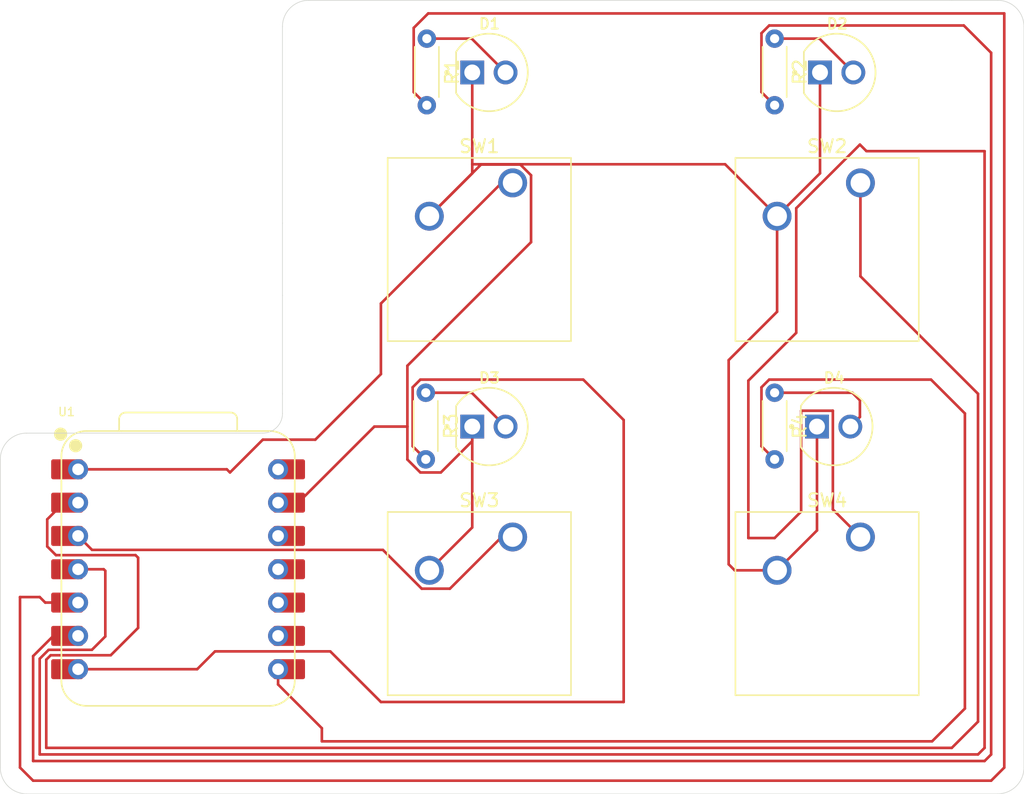
<source format=kicad_pcb>
(kicad_pcb (version 20241229) (generator "pcbnew") (generator_version "9.0")
  (layers (0 "F.Cu" signal) (2 "B.Cu" signal) (13 "F.Paste" user) (15 "B.Paste" user) (5 "F.SilkS" user "F.Silkscreen") (7 "B.SilkS" user "B.Silkscreen") (1 "F.Mask" user) (3 "B.Mask" user) (25 "Edge.Cuts" user))
  (net 0 "")
  (net 1 "Net-(D1-PadA)")
  (net 2 "GND")
  (net 3 "Net-(D2-PadA)")
  (net 4 "Net-(D3-PadA)")
  (net 5 "LED1")
  (net 6 "LED2")
  (net 7 "LED3")
  (net 8 "button1")
  (net 9 "button2")
  (net 10 "button3")
  (net 15 "Net-(D4-PadA)")
  (net 16 "LED4")
  (net 18 "button4")
  (footprint "Resistor_THT:R_Axial_DIN0204_L3.6mm_D1.6mm_P5.08mm_Horizontal" (layer "F.Cu") (at 195 80.92 -90)
    (property "Reference" "R2" (at 2.54 -1.92 90) (layer "F.SilkS"))
    (property "Value" "R")
    (fp_line (start 0.62 0.92) (end 4.46 0.92) (stroke (width 0.12)) (layer "F.SilkS"))
    (fp_line (start 0.62 -0.92) (end 4.46 -0.92) (stroke (width 0.12)) (layer "F.SilkS"))
    (pad "1" thru_hole circle (at 0 0 270) (size 1.4 1.4) (drill 0.7) (layers "*.Cu" "*.Mask") (net 3 "Net-(D2-PadA)"))
    (pad "2" thru_hole circle (at 5.08 0 270) (size 1.4 1.4) (drill 0.7) (layers "*.Cu" "*.Mask") (net 6 "LED2"))
  )
  (footprint "Button_Switch_Keyboard:SW_Cherry_MX_1.00u_PCB" (layer "F.Cu") (at 201.54 91.92)
    (property "Reference" "SW2" (at -2.54 -2.794 0) (layer "F.SilkS"))
    (property "Value" "SW_Push")
    (fp_line (start -9.525 -1.905) (end 4.445 -1.905) (stroke (width 0.12)) (layer "F.SilkS"))
    (fp_line (start -9.525 12.065) (end -9.525 -1.905) (stroke (width 0.12)) (layer "F.SilkS"))
    (fp_line (start 4.445 -1.905) (end 4.445 12.065) (stroke (width 0.12)) (layer "F.SilkS"))
    (fp_line (start 4.445 12.065) (end -9.525 12.065) (stroke (width 0.12)) (layer "F.SilkS"))
    (pad "" np_thru_hole circle (at -7.62 5.08) (size 1.7 1.7) (drill 1.7) (layers "*.Cu" "*.Mask"))
    (pad "" np_thru_hole circle (at -2.54 5.08) (size 4 4) (drill 4) (layers "*.Cu" "*.Mask"))
    (pad "" np_thru_hole circle (at 2.54 5.08) (size 1.7 1.7) (drill 1.7) (layers "*.Cu" "*.Mask"))
    (pad "1" thru_hole circle (at 0 0) (size 2.2 2.2) (drill 1.5) (layers "*.Cu" "*.Mask") (net 9 "button2"))
    (pad "2" thru_hole circle (at -6.35 2.54) (size 2.2 2.2) (drill 1.5) (layers "*.Cu" "*.Mask") (net 2 "GND"))
  )
  (footprint "Button_Switch_Keyboard:SW_Cherry_MX_1.00u_PCB" (layer "F.Cu") (at 201.54 118.92)
    (property "Reference" "SW4" (at -2.54 -2.794 0) (layer "F.SilkS"))
    (property "Value" "SW_Push")
    (fp_line (start -9.525 -1.905) (end 4.445 -1.905) (stroke (width 0.12)) (layer "F.SilkS"))
    (fp_line (start -9.525 12.065) (end -9.525 -1.905) (stroke (width 0.12)) (layer "F.SilkS"))
    (fp_line (start 4.445 -1.905) (end 4.445 12.065) (stroke (width 0.12)) (layer "F.SilkS"))
    (fp_line (start 4.445 12.065) (end -9.525 12.065) (stroke (width 0.12)) (layer "F.SilkS"))
    (pad "" np_thru_hole circle (at -7.62 5.08) (size 1.7 1.7) (drill 1.7) (layers "*.Cu" "*.Mask"))
    (pad "" np_thru_hole circle (at -2.54 5.08) (size 4 4) (drill 4) (layers "*.Cu" "*.Mask"))
    (pad "" np_thru_hole circle (at 2.54 5.08) (size 1.7 1.7) (drill 1.7) (layers "*.Cu" "*.Mask"))
    (pad "1" thru_hole circle (at 0 0) (size 2.2 2.2) (drill 1.5) (layers "*.Cu" "*.Mask") (net 18 "button4"))
    (pad "2" thru_hole circle (at -6.35 2.54) (size 2.2 2.2) (drill 1.5) (layers "*.Cu" "*.Mask") (net 2 "GND"))
  )
  (footprint "Button_Switch_Keyboard:SW_Cherry_MX_1.00u_PCB" (layer "F.Cu") (at 175.04 118.92)
    (property "Reference" "SW3" (at -2.54 -2.794 0) (layer "F.SilkS"))
    (property "Value" "SW_Push")
    (fp_line (start -9.525 -1.905) (end 4.445 -1.905) (stroke (width 0.12)) (layer "F.SilkS"))
    (fp_line (start -9.525 12.065) (end -9.525 -1.905) (stroke (width 0.12)) (layer "F.SilkS"))
    (fp_line (start 4.445 -1.905) (end 4.445 12.065) (stroke (width 0.12)) (layer "F.SilkS"))
    (fp_line (start 4.445 12.065) (end -9.525 12.065) (stroke (width 0.12)) (layer "F.SilkS"))
    (pad "" np_thru_hole circle (at -7.62 5.08) (size 1.7 1.7) (drill 1.7) (layers "*.Cu" "*.Mask"))
    (pad "" np_thru_hole circle (at -2.54 5.08) (size 4 4) (drill 4) (layers "*.Cu" "*.Mask"))
    (pad "" np_thru_hole circle (at 2.54 5.08) (size 1.7 1.7) (drill 1.7) (layers "*.Cu" "*.Mask"))
    (pad "1" thru_hole circle (at 0 0) (size 2.2 2.2) (drill 1.5) (layers "*.Cu" "*.Mask") (net 10 "button3"))
    (pad "2" thru_hole circle (at -6.35 2.54) (size 2.2 2.2) (drill 1.5) (layers "*.Cu" "*.Mask") (net 2 "GND"))
  )
  (footprint "Button_Switch_Keyboard:SW_Cherry_MX_1.00u_PCB" (layer "F.Cu") (at 175.04 91.92)
    (property "Reference" "SW1" (at -2.54 -2.794 0) (layer "F.SilkS"))
    (property "Value" "SW_Push")
    (fp_line (start -9.525 -1.905) (end 4.445 -1.905) (stroke (width 0.12)) (layer "F.SilkS"))
    (fp_line (start -9.525 12.065) (end -9.525 -1.905) (stroke (width 0.12)) (layer "F.SilkS"))
    (fp_line (start 4.445 -1.905) (end 4.445 12.065) (stroke (width 0.12)) (layer "F.SilkS"))
    (fp_line (start 4.445 12.065) (end -9.525 12.065) (stroke (width 0.12)) (layer "F.SilkS"))
    (pad "" np_thru_hole circle (at -7.62 5.08) (size 1.7 1.7) (drill 1.7) (layers "*.Cu" "*.Mask"))
    (pad "" np_thru_hole circle (at -2.54 5.08) (size 4 4) (drill 4) (layers "*.Cu" "*.Mask"))
    (pad "" np_thru_hole circle (at 2.54 5.08) (size 1.7 1.7) (drill 1.7) (layers "*.Cu" "*.Mask"))
    (pad "1" thru_hole circle (at 0 0) (size 2.2 2.2) (drill 1.5) (layers "*.Cu" "*.Mask") (net 8 "button1"))
    (pad "2" thru_hole circle (at -6.35 2.54) (size 2.2 2.2) (drill 1.5) (layers "*.Cu" "*.Mask") (net 2 "GND"))
  )
  (footprint "footprints:LEDRD254W57D500H1070" (layer "F.Cu") (at 173.23 83.5)
    (property "Reference" "D1" (at 0.04 -3.708 0) (layer "F.SilkS") (effects (font (size 0.8 0.8))))
    (property "Value" "L08R5000Q1")
    (fp_line (start -2.5 -1.566) (end -2.5 1.566) (stroke (width 0.127)) (layer "F.SilkS"))
    (fp_arc (start -2.5 -1.566) (mid 2.961291 0) (end -2.5 1.566) (stroke (width 0.127)) (layer "F.SilkS"))
    (fp_circle (center -3.2 0) (end -3.1 0) (stroke (width 0.2)) (fill no) (layer "F.SilkS"))
    (pad "A" thru_hole circle (at 1.27 0) (size 1.815 1.815) (drill 1.21) (layers "*.Cu" "*.Mask") (net 1 "Net-(D1-PadA)"))
    (pad "C" thru_hole rect (at -1.27 0) (size 1.815 1.815) (drill 1.21) (layers "*.Cu" "*.Mask") (net 2 "GND"))
  )
  (footprint "Resistor_THT:R_Axial_DIN0204_L3.6mm_D1.6mm_P5.08mm_Horizontal" (layer "F.Cu") (at 168.42 107.92 -90)
    (property "Reference" "R3" (at 2.54 -1.92 90) (layer "F.SilkS"))
    (property "Value" "R")
    (fp_line (start 0.62 0.92) (end 4.46 0.92) (stroke (width 0.12)) (layer "F.SilkS"))
    (fp_line (start 0.62 -0.92) (end 4.46 -0.92) (stroke (width 0.12)) (layer "F.SilkS"))
    (pad "1" thru_hole circle (at 0 0 270) (size 1.4 1.4) (drill 0.7) (layers "*.Cu" "*.Mask") (net 4 "Net-(D3-PadA)"))
    (pad "2" thru_hole circle (at 5.08 0 270) (size 1.4 1.4) (drill 0.7) (layers "*.Cu" "*.Mask") (net 7 "LED3"))
  )
  (footprint "Resistor_THT:R_Axial_DIN0204_L3.6mm_D1.6mm_P5.08mm_Horizontal" (layer "F.Cu") (at 195 107.92 -90)
    (property "Reference" "R4" (at 2.54 -1.92 90) (layer "F.SilkS"))
    (property "Value" "R")
    (fp_line (start 0.62 0.92) (end 4.46 0.92) (stroke (width 0.12)) (layer "F.SilkS"))
    (fp_line (start 0.62 -0.92) (end 4.46 -0.92) (stroke (width 0.12)) (layer "F.SilkS"))
    (pad "1" thru_hole circle (at 0 0 270) (size 1.4 1.4) (drill 0.7) (layers "*.Cu" "*.Mask") (net 15 "Net-(D4-PadA)"))
    (pad "2" thru_hole circle (at 5.08 0 270) (size 1.4 1.4) (drill 0.7) (layers "*.Cu" "*.Mask") (net 16 "LED4"))
  )
  (footprint "footprints:LEDRD254W57D500H1070" (layer "F.Cu") (at 199.73 83.5)
    (property "Reference" "D2" (at 0.04 -3.708 0) (layer "F.SilkS") (effects (font (size 0.8 0.8))))
    (property "Value" "L08R5000Q1")
    (fp_line (start -2.5 -1.566) (end -2.5 1.566) (stroke (width 0.127)) (layer "F.SilkS"))
    (fp_arc (start -2.5 -1.566) (mid 2.961291 0) (end -2.5 1.566) (stroke (width 0.127)) (layer "F.SilkS"))
    (fp_circle (center -3.2 0) (end -3.1 0) (stroke (width 0.2)) (fill no) (layer "F.SilkS"))
    (pad "A" thru_hole circle (at 1.27 0) (size 1.815 1.815) (drill 1.21) (layers "*.Cu" "*.Mask") (net 3 "Net-(D2-PadA)"))
    (pad "C" thru_hole rect (at -1.27 0) (size 1.815 1.815) (drill 1.21) (layers "*.Cu" "*.Mask") (net 2 "GND"))
  )
  (footprint "footprints:XIAO-RP2040-DIP" (layer "F.Cu") (at 149.545 121.38)
    (property "Reference" "U1" (at -8.5 -12 0) (layer "F.SilkS") (effects (font (size 0.635 0.635) (thickness 0.1016))))
    (property "Value" "XIAO-RP2040-DIP")
    (fp_line (start -8.89 8.509) (end -8.89 -8.636) (stroke (width 0.127)) (layer "F.SilkS"))
    (fp_line (start -6.985 10.414) (end 6.985 10.414) (stroke (width 0.127)) (layer "F.SilkS"))
    (fp_line (start -4.495 -10.541) (end -4.491272 -11.451272) (stroke (width 0.127)) (layer "F.SilkS"))
    (fp_line (start -3.991272 -11.951) (end 4.004 -11.951) (stroke (width 0.127)) (layer "F.SilkS"))
    (fp_line (start 4.504 -11.451) (end 4.504 -10.541) (stroke (width 0.127)) (layer "F.SilkS"))
    (fp_line (start 6.985 -10.541) (end -6.985 -10.541) (stroke (width 0.1)) (layer "F.SilkS"))
    (fp_line (start 6.985 -10.541) (end -6.985 -10.541) (stroke (width 0.127)) (layer "F.SilkS"))
    (fp_line (start 8.89 8.509) (end 8.89 -8.636) (stroke (width 0.127)) (layer "F.SilkS"))
    (fp_arc (start -8.89 -8.636) (mid -8.332038 -9.983038) (end -6.985 -10.541) (stroke (width 0.127)) (layer "F.SilkS"))
    (fp_arc (start -6.985 10.414) (mid -8.332038 9.856038) (end -8.89 8.509) (stroke (width 0.127)) (layer "F.SilkS"))
    (fp_arc (start -4.491272 -11.451272) (mid -4.344728 -11.80464) (end -3.991272 -11.951) (stroke (width 0.127)) (layer "F.SilkS"))
    (fp_arc (start 4.004 -11.951) (mid 4.357553 -11.804553) (end 4.504 -11.451) (stroke (width 0.127)) (layer "F.SilkS"))
    (fp_arc (start 6.985 -10.541) (mid 8.332038 -9.983038) (end 8.89 -8.636) (stroke (width 0.127)) (layer "F.SilkS"))
    (fp_arc (start 8.89 8.509) (mid 8.332038 9.856038) (end 6.985 10.414) (stroke (width 0.127)) (layer "F.SilkS"))
    (fp_circle (center -8.95 -10.3) (end -8.95 -10.554) (stroke (width 0.5)) (fill yes) (layer "F.SilkS"))
    (fp_circle (center -7.807 -9.42) (end -7.807 -9.674) (stroke (width 0.5)) (fill yes) (layer "F.SilkS"))
    (pad "1" smd roundrect (at -8.455 -7.62 180) (size 2.432 1.524) (layers "F.Cu" "F.Mask") (roundrect_rratio 0.1) (net 8 "button1"))
    (pad "1" thru_hole circle (at -7.62 -7.62 180) (size 1.524 1.524) (drill 0.889) (layers "*.Cu" "*.Mask") (net 8 "button1"))
    (pad "2" smd roundrect (at -8.455 -5.08 180) (size 2.432 1.524) (layers "F.Cu" "F.Mask") (roundrect_rratio 0.1) (net 9 "button2"))
    (pad "2" thru_hole circle (at -7.62 -5.08 180) (size 1.524 1.524) (drill 0.889) (layers "*.Cu" "*.Mask") (net 9 "button2"))
    (pad "3" smd roundrect (at -8.455 -2.54 180) (size 2.432 1.524) (layers "F.Cu" "F.Mask") (roundrect_rratio 0.1) (net 10 "button3"))
    (pad "3" thru_hole circle (at -7.62 -2.54 180) (size 1.524 1.524) (drill 0.889) (layers "*.Cu" "*.Mask") (net 10 "button3"))
    (pad "4" smd roundrect (at -8.455 0 180) (size 2.432 1.524) (layers "F.Cu" "F.Mask") (roundrect_rratio 0.1) (net 18 "button4"))
    (pad "4" thru_hole circle (at -7.62 0 180) (size 1.524 1.524) (drill 0.889) (layers "*.Cu" "*.Mask") (net 18 "button4"))
    (pad "5" smd roundrect (at -8.455 2.54 180) (size 2.432 1.524) (layers "F.Cu" "F.Mask") (roundrect_rratio 0.1) (net 5 "LED1"))
    (pad "5" thru_hole circle (at -7.62 2.54 180) (size 1.524 1.524) (drill 0.889) (layers "*.Cu" "*.Mask") (net 5 "LED1"))
    (pad "6" smd roundrect (at -8.455 5.08 180) (size 2.432 1.524) (layers "F.Cu" "F.Mask") (roundrect_rratio 0.1) (net 6 "LED2"))
    (pad "6" thru_hole circle (at -7.62 5.08 180) (size 1.524 1.524) (drill 0.889) (layers "*.Cu" "*.Mask") (net 6 "LED2"))
    (pad "7" smd roundrect (at -8.455 7.62 180) (size 2.432 1.524) (layers "F.Cu" "F.Mask") (roundrect_rratio 0.1) (net 7 "LED3"))
    (pad "7" thru_hole circle (at -7.62 7.62 180) (size 1.524 1.524) (drill 0.889) (layers "*.Cu" "*.Mask") (net 7 "LED3"))
    (pad "8" thru_hole circle (at 7.62 7.62) (size 1.524 1.524) (drill 0.889) (layers "*.Cu" "*.Mask") (net 16 "LED4"))
    (pad "8" smd roundrect (at 8.455 7.62) (size 2.432 1.524) (layers "F.Cu" "F.Mask") (roundrect_rratio 0.1) (net 16 "LED4"))
    (pad "9" thru_hole circle (at 7.62 5.08) (size 1.524 1.524) (drill 0.889) (layers "*.Cu" "*.Mask"))
    (pad "9" smd roundrect (at 8.455 5.08) (size 2.432 1.524) (layers "F.Cu" "F.Mask") (roundrect_rratio 0.1))
    (pad "10" thru_hole circle (at 7.62 2.54) (size 1.524 1.524) (drill 0.889) (layers "*.Cu" "*.Mask"))
    (pad "10" smd roundrect (at 8.455 2.54) (size 2.432 1.524) (layers "F.Cu" "F.Mask") (roundrect_rratio 0.1))
    (pad "11" thru_hole circle (at 7.62 0) (size 1.524 1.524) (drill 0.889) (layers "*.Cu" "*.Mask"))
    (pad "11" smd roundrect (at 8.455 0) (size 2.432 1.524) (layers "F.Cu" "F.Mask") (roundrect_rratio 0.1))
    (pad "12" thru_hole circle (at 7.62 -2.54) (size 1.524 1.524) (drill 0.889) (layers "*.Cu" "*.Mask"))
    (pad "12" smd roundrect (at 8.455 -2.54) (size 2.432 1.524) (layers "F.Cu" "F.Mask") (roundrect_rratio 0.1))
    (pad "13" thru_hole circle (at 7.62 -5.08) (size 1.524 1.524) (drill 0.889) (layers "*.Cu" "*.Mask") (net 2 "GND"))
    (pad "13" smd roundrect (at 8.455 -5.08) (size 2.432 1.524) (layers "F.Cu" "F.Mask") (roundrect_rratio 0.1) (net 2 "GND"))
    (pad "14" thru_hole circle (at 7.62 -7.62) (size 1.524 1.524) (drill 0.889) (layers "*.Cu" "*.Mask"))
    (pad "14" smd roundrect (at 8.455 -7.62) (size 2.432 1.524) (layers "F.Cu" "F.Mask") (roundrect_rratio 0.1))
  )
  (footprint "Resistor_THT:R_Axial_DIN0204_L3.6mm_D1.6mm_P5.08mm_Horizontal" (layer "F.Cu") (at 168.5 80.92 -90)
    (property "Reference" "R1" (at 2.54 -1.92 90) (layer "F.SilkS"))
    (property "Value" "R")
    (fp_line (start 0.62 0.92) (end 4.46 0.92) (stroke (width 0.12)) (layer "F.SilkS"))
    (fp_line (start 0.62 -0.92) (end 4.46 -0.92) (stroke (width 0.12)) (layer "F.SilkS"))
    (pad "1" thru_hole circle (at 0 0 270) (size 1.4 1.4) (drill 0.7) (layers "*.Cu" "*.Mask") (net 1 "Net-(D1-PadA)"))
    (pad "2" thru_hole circle (at 5.08 0 270) (size 1.4 1.4) (drill 0.7) (layers "*.Cu" "*.Mask") (net 5 "LED1"))
  )
  (footprint "footprints:LEDRD254W57D500H1070" (layer "F.Cu") (at 173.23 110.5)
    (property "Reference" "D3" (at 0.04 -3.708 0) (layer "F.SilkS") (effects (font (size 0.8 0.8))))
    (property "Value" "L08R5000Q1")
    (fp_line (start -2.5 -1.566) (end -2.5 1.566) (stroke (width 0.127)) (layer "F.SilkS"))
    (fp_arc (start -2.5 -1.566) (mid 2.961291 0) (end -2.5 1.566) (stroke (width 0.127)) (layer "F.SilkS"))
    (fp_circle (center -3.2 0) (end -3.1 0) (stroke (width 0.2)) (fill no) (layer "F.SilkS"))
    (pad "A" thru_hole circle (at 1.27 0) (size 1.815 1.815) (drill 1.21) (layers "*.Cu" "*.Mask") (net 4 "Net-(D3-PadA)"))
    (pad "C" thru_hole rect (at -1.27 0) (size 1.815 1.815) (drill 1.21) (layers "*.Cu" "*.Mask") (net 2 "GND"))
  )
  (footprint "footprints:LEDRD254W57D500H1070" (layer "F.Cu") (at 199.5 110.5)
    (property "Reference" "D4" (at 0.04 -3.708 0) (layer "F.SilkS") (effects (font (size 0.8 0.8))))
    (property "Value" "L08R5000Q1")
    (fp_line (start -2.5 -1.566) (end -2.5 1.566) (stroke (width 0.127)) (layer "F.SilkS"))
    (fp_arc (start -2.5 -1.566) (mid 2.961291 0) (end -2.5 1.566) (stroke (width 0.127)) (layer "F.SilkS"))
    (fp_circle (center -3.2 0) (end -3.1 0) (stroke (width 0.2)) (fill no) (layer "F.SilkS"))
    (pad "A" thru_hole circle (at 1.27 0) (size 1.815 1.815) (drill 1.21) (layers "*.Cu" "*.Mask") (net 15 "Net-(D4-PadA)"))
    (pad "C" thru_hole rect (at -1.27 0) (size 1.815 1.815) (drill 1.21) (layers "*.Cu" "*.Mask") (net 2 "GND"))
  )
  (gr_arc (start 157.5 80) (mid 158.085786 78.585786) (end 159.5 78) (stroke (width 0.05)) (layer "Edge.Cuts"))
  (gr_line (start 157.5 95) (end 157.5 80) (stroke (width 0.05)) (layer "Edge.Cuts"))
  (gr_arc (start 138 138.5) (mid 136.585786 137.914214) (end 136 136.5) (stroke (width 0.05)) (layer "Edge.Cuts"))
  (gr_line (start 157.5 108) (end 157.5 109.5) (stroke (width 0.05)) (layer "Edge.Cuts"))
  (gr_line (start 136 136.5) (end 136 113) (stroke (width 0.05)) (layer "Edge.Cuts"))
  (gr_line (start 214 135.5) (end 214 136.5) (stroke (width 0.05)) (layer "Edge.Cuts"))
  (gr_arc (start 212 78) (mid 213.414214 78.585786) (end 214 80) (stroke (width 0.05)) (layer "Edge.Cuts"))
  (gr_arc (start 214 136.5) (mid 213.414214 137.914214) (end 212 138.5) (stroke (width 0.05)) (layer "Edge.Cuts"))
  (gr_line (start 157.5 100.5) (end 157.5 108) (stroke (width 0.05)) (layer "Edge.Cuts"))
  (gr_line (start 138 111) (end 156 111) (stroke (width 0.05)) (layer "Edge.Cuts"))
  (gr_arc (start 136 113) (mid 136.585786 111.585786) (end 138 111) (stroke (width 0.05)) (layer "Edge.Cuts"))
  (gr_line (start 214 80) (end 214 135.5) (stroke (width 0.05)) (layer "Edge.Cuts"))
  (gr_line (start 212 138.5) (end 138 138.5) (stroke (width 0.05)) (layer "Edge.Cuts"))
  (gr_line (start 157.5 100.5) (end 157.5 95) (stroke (width 0.05)) (layer "Edge.Cuts"))
  (gr_line (start 208.5 78) (end 212 78) (stroke (width 0.05)) (layer "Edge.Cuts"))
  (gr_arc (start 157.5 109.5) (mid 157.06066 110.56066) (end 156 111) (stroke (width 0.05)) (layer "Edge.Cuts"))
  (gr_line (start 159.5 78) (end 208.5 78) (stroke (width 0.05)) (layer "Edge.Cuts"))
  (segment (start 168.5 80.92) (end 171.92 80.92) (width 0.2) (layer "F.Cu") (net 1))
  (segment (start 171.92 80.92) (end 174.5 83.5) (width 0.2) (layer "F.Cu") (net 1))
  (segment (start 172.631 90.519) (end 175.620314 90.519) (width 0.2) (layer "F.Cu") (net 2))
  (segment (start 168.005372 114.001) (end 169.5665 114.001) (width 0.2) (layer "F.Cu") (net 2))
  (segment (start 191.5 121) (end 191.96 121.46) (width 0.2) (layer "F.Cu") (net 2))
  (segment (start 167.018 113.013628) (end 168.005372 114.001) (width 0.2) (layer "F.Cu") (net 2))
  (segment (start 171.96 90.5) (end 171.96 91.19) (width 0.2) (layer "F.Cu") (net 2))
  (segment (start 191.23 90.5) (end 171.96 90.5) (width 0.2) (layer "F.Cu") (net 2))
  (segment (start 198.23 118.42) (end 195.19 121.46) (width 0.2) (layer "F.Cu") (net 2))
  (segment (start 176.441 96.44053) (end 167.018 105.86353) (width 0.2) (layer "F.Cu") (net 2))
  (segment (start 164.5 110.5) (end 167.018 110.5) (width 0.2) (layer "F.Cu") (net 2))
  (segment (start 198.23 111.185628) (end 198.23 110.5) (width 0.2) (layer "F.Cu") (net 2))
  (segment (start 198.23 110.5) (end 198.23 118.42) (width 0.2) (layer "F.Cu") (net 2))
  (segment (start 176.441 91.339686) (end 176.441 96.44053) (width 0.2) (layer "F.Cu") (net 2))
  (segment (start 195.19 101.7429) (end 191.5 105.4329) (width 0.2) (layer "F.Cu") (net 2))
  (segment (start 175.620314 90.519) (end 176.441 91.339686) (width 0.2) (layer "F.Cu") (net 2))
  (segment (start 198.46 91.19) (end 195.19 94.46) (width 0.2) (layer "F.Cu") (net 2))
  (segment (start 171.96 111.6075) (end 171.96 110.5) (width 0.2) (layer "F.Cu") (net 2))
  (segment (start 158.7 116.3) (end 164.5 110.5) (width 0.2) (layer "F.Cu") (net 2))
  (segment (start 171.96 118.19) (end 168.69 121.46) (width 0.2) (layer "F.Cu") (net 2))
  (segment (start 169.5665 114.001) (end 171.96 111.6075) (width 0.2) (layer "F.Cu") (net 2))
  (segment (start 171.96 91.19) (end 168.69 94.46) (width 0.2) (layer "F.Cu") (net 2))
  (segment (start 167.018 110.5) (end 167.018 113.013628) (width 0.2) (layer "F.Cu") (net 2))
  (segment (start 191.5 105.4329) (end 191.5 121) (width 0.2) (layer "F.Cu") (net 2))
  (segment (start 167.018 105.86353) (end 167.018 110.5) (width 0.2) (layer "F.Cu") (net 2))
  (segment (start 195.19 94.46) (end 195.19 101.7429) (width 0.2) (layer "F.Cu") (net 2))
  (segment (start 168.69 94.46) (end 172.631 90.519) (width 0.2) (layer "F.Cu") (net 2))
  (segment (start 195.19 94.46) (end 191.23 90.5) (width 0.2) (layer "F.Cu") (net 2))
  (segment (start 157.165 116.3) (end 158.7 116.3) (width 0.2) (layer "F.Cu") (net 2))
  (segment (start 171.96 110.5) (end 171.96 118.19) (width 0.2) (layer "F.Cu") (net 2))
  (segment (start 191.96 121.46) (end 195.19 121.46) (width 0.2) (layer "F.Cu") (net 2))
  (segment (start 198.46 83.5) (end 198.46 91.19) (width 0.2) (layer "F.Cu") (net 2))
  (segment (start 171.96 83.5) (end 171.96 90.5) (width 0.2) (layer "F.Cu") (net 2))
  (segment (start 198.42 80.92) (end 201 83.5) (width 0.2) (layer "F.Cu") (net 3))
  (segment (start 195 80.92) (end 198.42 80.92) (width 0.2) (layer "F.Cu") (net 3))
  (segment (start 168.42 107.92) (end 171.92 107.92) (width 0.2) (layer "F.Cu") (net 4))
  (segment (start 171.92 107.92) (end 174.5 110.5) (width 0.2) (layer "F.Cu") (net 4))
  (segment (start 139 123.5) (end 139.42 123.92) (width 0.2) (layer "F.Cu") (net 5))
  (segment (start 139.42 123.92) (end 141.925 123.92) (width 0.2) (layer "F.Cu") (net 5))
  (segment (start 168.601 79) (end 212.5 79) (width 0.2) (layer "F.Cu") (net 5))
  (segment (start 167.499 84.999) (end 167.499 80.102) (width 0.2) (layer "F.Cu") (net 5))
  (segment (start 168.5 86) (end 167.499 84.999) (width 0.2) (layer "F.Cu") (net 5))
  (segment (start 212.5 136.5) (end 211.5 137.5) (width 0.2) (layer "F.Cu") (net 5))
  (segment (start 137.5 136.5) (end 137.5 123.5) (width 0.2) (layer "F.Cu") (net 5))
  (segment (start 212.5 79) (end 212.5 136.5) (width 0.2) (layer "F.Cu") (net 5))
  (segment (start 137.5 123.5) (end 139 123.5) (width 0.2) (layer "F.Cu") (net 5))
  (segment (start 211.5 137.5) (end 138.5 137.5) (width 0.2) (layer "F.Cu") (net 5))
  (segment (start 138.5 137.5) (end 137.5 136.5) (width 0.2) (layer "F.Cu") (net 5))
  (segment (start 167.499 80.102) (end 168.601 79) (width 0.2) (layer "F.Cu") (net 5))
  (segment (start 193.999 84.999) (end 193.999 80.505372) (width 0.2) (layer "F.Cu") (net 6))
  (segment (start 209.419 79.919) (end 211.5 82) (width 0.2) (layer "F.Cu") (net 6))
  (segment (start 194.585372 79.919) (end 209.419 79.919) (width 0.2) (layer "F.Cu") (net 6))
  (segment (start 211.5 82) (end 211.5 135.5) (width 0.2) (layer "F.Cu") (net 6))
  (segment (start 141.925 126.46) (end 140.04 126.46) (width 0.2) (layer "F.Cu") (net 6))
  (segment (start 138.5 128) (end 138.5 136) (width 0.2) (layer "F.Cu") (net 6))
  (segment (start 195 86) (end 193.999 84.999) (width 0.2) (layer "F.Cu") (net 6))
  (segment (start 193.999 80.505372) (end 194.585372 79.919) (width 0.2) (layer "F.Cu") (net 6))
  (segment (start 140.04 126.46) (end 138.5 128) (width 0.2) (layer "F.Cu") (net 6))
  (segment (start 211.5 135.5) (end 211 136) (width 0.2) (layer "F.Cu") (net 6))
  (segment (start 211 136) (end 138.5 136) (width 0.2) (layer "F.Cu") (net 6))
  (segment (start 165 131.5) (end 161.141374 127.641374) (width 0.2) (layer "F.Cu") (net 7))
  (segment (start 168.42 113) (end 167.419 111.999) (width 0.2) (layer "F.Cu") (net 7))
  (segment (start 180.419 106.919) (end 183.5 110) (width 0.2) (layer "F.Cu") (net 7))
  (segment (start 168.005372 106.919) (end 180.419 106.919) (width 0.2) (layer "F.Cu") (net 7))
  (segment (start 161.141374 127.641374) (end 152.358626 127.641374) (width 0.2) (layer "F.Cu") (net 7))
  (segment (start 167.419 107.505372) (end 168.005372 106.919) (width 0.2) (layer "F.Cu") (net 7))
  (segment (start 183.5 131.5) (end 165 131.5) (width 0.2) (layer "F.Cu") (net 7))
  (segment (start 151 129) (end 141.925 129) (width 0.2) (layer "F.Cu") (net 7))
  (segment (start 167.419 111.999) (end 167.419 107.505372) (width 0.2) (layer "F.Cu") (net 7))
  (segment (start 183.5 110) (end 183.5 131.5) (width 0.2) (layer "F.Cu") (net 7))
  (segment (start 152.358626 127.641374) (end 151 129) (width 0.2) (layer "F.Cu") (net 7))
  (segment (start 165 106.5) (end 160 111.5) (width 0.2) (layer "F.Cu") (net 8))
  (segment (start 174.19847 91.92) (end 165 101.11847) (width 0.2) (layer "F.Cu") (net 8))
  (segment (start 175.04 91.92) (end 174.19847 91.92) (width 0.2) (layer "F.Cu") (net 8))
  (segment (start 153.26 113.76) (end 141.925 113.76) (width 0.2) (layer "F.Cu") (net 8))
  (segment (start 165 101.11847) (end 165 106.5) (width 0.2) (layer "F.Cu") (net 8))
  (segment (start 160 111.5) (end 156 111.5) (width 0.2) (layer "F.Cu") (net 8))
  (segment (start 153.5 114) (end 153.26 113.76) (width 0.2) (layer "F.Cu") (net 8))
  (segment (start 156 111.5) (end 153.5 114) (width 0.2) (layer "F.Cu") (net 8))
  (segment (start 144.41269 127.937) (end 139.834374 127.937) (width 0.2) (layer "F.Cu") (net 9))
  (segment (start 139.5 135) (end 208.5 135) (width 0.2) (layer "F.Cu") (net 9))
  (segment (start 139.573 117.57437) (end 139.573 119.641626) (width 0.2) (layer "F.Cu") (net 9))
  (segment (start 139.5 128.271374) (end 139.5 135) (width 0.2) (layer "F.Cu") (net 9))
  (segment (start 210.5 133) (end 210.5 108) (width 0.2) (layer "F.Cu") (net 9))
  (segment (start 146.5 125.84969) (end 146.5 120.5) (width 0.2) (layer "F.Cu") (net 9))
  (segment (start 201.54 91.92) (end 200.755184 91.92) (width 0.2) (layer "F.Cu") (net 9))
  (segment (start 201.54 99.04) (end 201.54 91.92) (width 0.2) (layer "F.Cu") (net 9))
  (segment (start 140.84737 116.3) (end 139.573 117.57437) (width 0.2) (layer "F.Cu") (net 9))
  (segment (start 144.41269 127.937) (end 146.5 125.84969) (width 0.2) (layer "F.Cu") (net 9))
  (segment (start 146.5 120.5) (end 146.304 120.304) (width 0.2) (layer "F.Cu") (net 9))
  (segment (start 208.5 135) (end 210.5 133) (width 0.2) (layer "F.Cu") (net 9))
  (segment (start 139.573 119.641626) (end 140.235374 120.304) (width 0.2) (layer "F.Cu") (net 9))
  (segment (start 210.5 108) (end 201.54 99.04) (width 0.2) (layer "F.Cu") (net 9))
  (segment (start 139.834374 127.937) (end 139.5 128.271374) (width 0.2) (layer "F.Cu") (net 9))
  (segment (start 146.304 120.304) (end 140.235374 120.304) (width 0.2) (layer "F.Cu") (net 9))
  (segment (start 141.925 116.3) (end 140.84737 116.3) (width 0.2) (layer "F.Cu") (net 9))
  (segment (start 142.988 119.903) (end 141.925 118.84) (width 0.2) (layer "F.Cu") (net 10))
  (segment (start 175.04 118.92) (end 174.19847 118.92) (width 0.2) (layer "F.Cu") (net 10))
  (segment (start 174.19847 118.92) (end 170.25747 122.861) (width 0.2) (layer "F.Cu") (net 10))
  (segment (start 170.25747 122.861) (end 168.109686 122.861) (width 0.2) (layer "F.Cu") (net 10))
  (segment (start 165.151686 119.903) (end 142.988 119.903) (width 0.2) (layer "F.Cu") (net 10))
  (segment (start 168.109686 122.861) (end 165.151686 119.903) (width 0.2) (layer "F.Cu") (net 10))
  (segment (start 201.5 109.77) (end 200.77 110.5) (width 0.2) (layer "F.Cu") (net 15))
  (segment (start 200.92 107.92) (end 201.5 108.5) (width 0.2) (layer "F.Cu") (net 15))
  (segment (start 195 107.92) (end 200.92 107.92) (width 0.2) (layer "F.Cu") (net 15))
  (segment (start 201.5 108.5) (end 201.5 109.77) (width 0.2) (layer "F.Cu") (net 15))
  (segment (start 193.999 107.505372) (end 193.999 111.999) (width 0.2) (layer "F.Cu") (net 16))
  (segment (start 209.5 132) (end 209.5 109.5) (width 0.2) (layer "F.Cu") (net 16))
  (segment (start 209.5 109.5) (end 206.919 106.919) (width 0.2) (layer "F.Cu") (net 16))
  (segment (start 157.165 130.165) (end 160.5 133.5) (width 0.2) (layer "F.Cu") (net 16))
  (segment (start 193.999 111.999) (end 195 113) (width 0.2) (layer "F.Cu") (net 16))
  (segment (start 157.165 129) (end 157.165 130.165) (width 0.2) (layer "F.Cu") (net 16))
  (segment (start 160.5 134.5) (end 207 134.5) (width 0.2) (layer "F.Cu") (net 16))
  (segment (start 206.919 106.919) (end 194.585372 106.919) (width 0.2) (layer "F.Cu") (net 16))
  (segment (start 207 134.5) (end 209.5 132) (width 0.2) (layer "F.Cu") (net 16))
  (segment (start 160.5 133.5) (end 160.5 134.5) (width 0.2) (layer "F.Cu") (net 16))
  (segment (start 194.585372 106.919) (end 193.999 107.505372) (width 0.2) (layer "F.Cu") (net 16))
  (segment (start 201.5 89) (end 202 89.5) (width 0.2) (layer "F.Cu") (net 18))
  (segment (start 197.0215 116.9785) (end 195 119) (width 0.2) (layer "F.Cu") (net 18))
  (segment (start 139 135.5) (end 139 128.204274) (width 0.2) (layer "F.Cu") (net 18))
  (segment (start 196.649 103.351) (end 196.649 93.851) (width 0.2) (layer "F.Cu") (net 18))
  (segment (start 210.5 135.5) (end 139 135.5) (width 0.2) (layer "F.Cu") (net 18))
  (segment (start 196.649 93.851) (end 201.5 89) (width 0.2) (layer "F.Cu") (net 18))
  (segment (start 142.977 127.523) (end 144 126.5) (width 0.2) (layer "F.Cu") (net 18))
  (segment (start 139.681274 127.523) (end 142.977 127.523) (width 0.2) (layer "F.Cu") (net 18))
  (segment (start 197.0215 109.2915) (end 197.0215 116.9785) (width 0.2) (layer "F.Cu") (net 18))
  (segment (start 139 128.204274) (end 139.681274 127.523) (width 0.2) (layer "F.Cu") (net 18))
  (segment (start 199.4385 109.2915) (end 197.0215 109.2915) (width 0.2) (layer "F.Cu") (net 18))
  (segment (start 201.54 118.92) (end 199.4385 116.8185) (width 0.2) (layer "F.Cu") (net 18))
  (segment (start 195 119) (end 193 119) (width 0.2) (layer "F.Cu") (net 18))
  (segment (start 211 135) (end 210.5 135.5) (width 0.2) (layer "F.Cu") (net 18))
  (segment (start 144 121.5) (end 143.88 121.38) (width 0.2) (layer "F.Cu") (net 18))
  (segment (start 143.88 121.38) (end 141.925 121.38) (width 0.2) (layer "F.Cu") (net 18))
  (segment (start 144 126.5) (end 144 121.5) (width 0.2) (layer "F.Cu") (net 18))
  (segment (start 211 89.5) (end 211 135) (width 0.2) (layer "F.Cu") (net 18))
  (segment (start 193 107) (end 196.649 103.351) (width 0.2) (layer "F.Cu") (net 18))
  (segment (start 193 119) (end 193 107) (width 0.2) (layer "F.Cu") (net 18))
  (segment (start 199.4385 116.8185) (end 199.4385 109.2915) (width 0.2) (layer "F.Cu") (net 18))
  (segment (start 202 89.5) (end 211 89.5) (width 0.2) (layer "F.Cu") (net 18))
)
</source>
